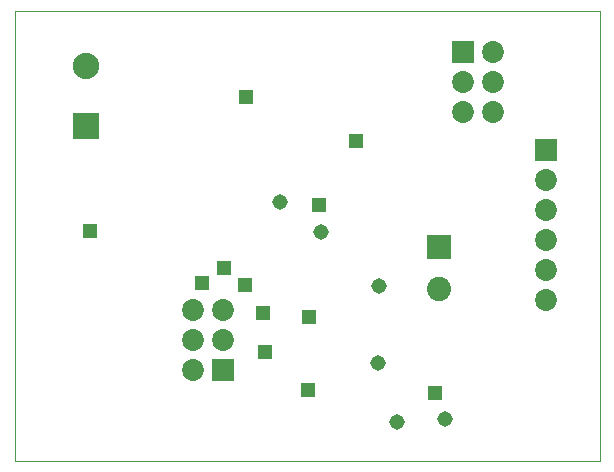
<source format=gbs>
G75*
%MOIN*%
%OFA0B0*%
%FSLAX24Y24*%
%IPPOS*%
%LPD*%
%AMOC8*
5,1,8,0,0,1.08239X$1,22.5*
%
%ADD10C,0.0000*%
%ADD11R,0.0730X0.0730*%
%ADD12C,0.0730*%
%ADD13R,0.0808X0.0808*%
%ADD14C,0.0808*%
%ADD15R,0.0880X0.0880*%
%ADD16C,0.0880*%
%ADD17C,0.0516*%
%ADD18R,0.0516X0.0516*%
D10*
X000180Y002280D02*
X000180Y017280D01*
X019680Y017280D01*
X019680Y002280D01*
X000180Y002280D01*
D11*
X007120Y005300D03*
X015110Y015900D03*
X017890Y012640D03*
D12*
X017890Y011640D03*
X017890Y010640D03*
X017890Y009640D03*
X017890Y008640D03*
X017890Y007640D03*
X016110Y013900D03*
X016110Y014900D03*
X016110Y015900D03*
X015110Y014900D03*
X015110Y013900D03*
X007120Y007300D03*
X006120Y007300D03*
X006120Y006300D03*
X007120Y006300D03*
X006120Y005300D03*
D13*
X014310Y009399D03*
D14*
X014310Y008021D03*
D15*
X002570Y013450D03*
D16*
X002570Y015450D03*
D17*
X009010Y010890D03*
X010400Y009900D03*
X012310Y008110D03*
X012300Y005550D03*
X012910Y003560D03*
X014530Y003680D03*
D18*
X014200Y004550D03*
X009970Y004650D03*
X008540Y005910D03*
X008450Y007220D03*
X007860Y008140D03*
X007160Y008690D03*
X006410Y008190D03*
X009980Y007060D03*
X010310Y010810D03*
X011550Y012950D03*
X007900Y014420D03*
X002700Y009930D03*
M02*

</source>
